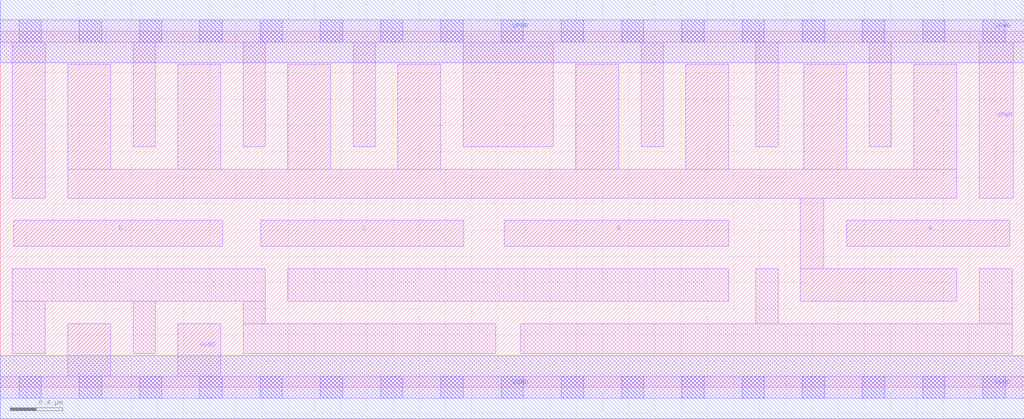
<source format=lef>
# Copyright 2020 The SkyWater PDK Authors
#
# Licensed under the Apache License, Version 2.0 (the "License");
# you may not use this file except in compliance with the License.
# You may obtain a copy of the License at
#
#     https://www.apache.org/licenses/LICENSE-2.0
#
# Unless required by applicable law or agreed to in writing, software
# distributed under the License is distributed on an "AS IS" BASIS,
# WITHOUT WARRANTIES OR CONDITIONS OF ANY KIND, either express or implied.
# See the License for the specific language governing permissions and
# limitations under the License.
#
# SPDX-License-Identifier: Apache-2.0

VERSION 5.7 ;
  NAMESCASESENSITIVE ON ;
  NOWIREEXTENSIONATPIN ON ;
  DIVIDERCHAR "/" ;
  BUSBITCHARS "[]" ;
UNITS
  DATABASE MICRONS 200 ;
END UNITS
MACRO sky130_fd_sc_hd__nand4_4
  CLASS CORE ;
  SOURCE USER ;
  FOREIGN sky130_fd_sc_hd__nand4_4 ;
  ORIGIN  0.000000  0.000000 ;
  SIZE  7.820000 BY  2.720000 ;
  SYMMETRY X Y R90 ;
  SITE unithd ;
  PIN A
    ANTENNAGATEAREA  0.990000 ;
    DIRECTION INPUT ;
    USE SIGNAL ;
    PORT
      LAYER li1 ;
        RECT 6.465000 1.075000 7.710000 1.275000 ;
    END
  END A
  PIN B
    ANTENNAGATEAREA  0.990000 ;
    DIRECTION INPUT ;
    USE SIGNAL ;
    PORT
      LAYER li1 ;
        RECT 3.850000 1.075000 5.565000 1.275000 ;
    END
  END B
  PIN C
    ANTENNAGATEAREA  0.990000 ;
    DIRECTION INPUT ;
    USE SIGNAL ;
    PORT
      LAYER li1 ;
        RECT 1.990000 1.075000 3.540000 1.275000 ;
    END
  END C
  PIN D
    ANTENNAGATEAREA  0.990000 ;
    DIRECTION INPUT ;
    USE SIGNAL ;
    PORT
      LAYER li1 ;
        RECT 0.105000 1.075000 1.700000 1.275000 ;
    END
  END D
  PIN Y
    ANTENNADIFFAREA  2.511000 ;
    DIRECTION OUTPUT ;
    USE SIGNAL ;
    PORT
      LAYER li1 ;
        RECT 0.515000 1.445000 7.305000 1.665000 ;
        RECT 0.515000 1.665000 0.845000 2.465000 ;
        RECT 1.355000 1.665000 1.685000 2.465000 ;
        RECT 2.195000 1.665000 2.525000 2.465000 ;
        RECT 3.035000 1.665000 3.365000 2.465000 ;
        RECT 4.395000 1.665000 4.725000 2.465000 ;
        RECT 5.235000 1.665000 5.565000 2.465000 ;
        RECT 6.110000 0.655000 7.305000 0.905000 ;
        RECT 6.110000 0.905000 6.290000 1.445000 ;
        RECT 6.135000 1.665000 6.465000 2.465000 ;
        RECT 6.975000 1.665000 7.305000 2.465000 ;
    END
  END Y
  PIN VGND
    DIRECTION INOUT ;
    SHAPE ABUTMENT ;
    USE GROUND ;
    PORT
      LAYER li1 ;
        RECT 0.000000 -0.085000 7.820000 0.085000 ;
        RECT 0.515000  0.085000 0.845000 0.485000 ;
        RECT 1.355000  0.085000 1.685000 0.485000 ;
      LAYER mcon ;
        RECT 0.145000 -0.085000 0.315000 0.085000 ;
        RECT 0.605000 -0.085000 0.775000 0.085000 ;
        RECT 1.065000 -0.085000 1.235000 0.085000 ;
        RECT 1.525000 -0.085000 1.695000 0.085000 ;
        RECT 1.985000 -0.085000 2.155000 0.085000 ;
        RECT 2.445000 -0.085000 2.615000 0.085000 ;
        RECT 2.905000 -0.085000 3.075000 0.085000 ;
        RECT 3.365000 -0.085000 3.535000 0.085000 ;
        RECT 3.825000 -0.085000 3.995000 0.085000 ;
        RECT 4.285000 -0.085000 4.455000 0.085000 ;
        RECT 4.745000 -0.085000 4.915000 0.085000 ;
        RECT 5.205000 -0.085000 5.375000 0.085000 ;
        RECT 5.665000 -0.085000 5.835000 0.085000 ;
        RECT 6.125000 -0.085000 6.295000 0.085000 ;
        RECT 6.585000 -0.085000 6.755000 0.085000 ;
        RECT 7.045000 -0.085000 7.215000 0.085000 ;
        RECT 7.505000 -0.085000 7.675000 0.085000 ;
      LAYER met1 ;
        RECT 0.000000 -0.240000 7.820000 0.240000 ;
    END
  END VGND
  PIN VPWR
    DIRECTION INOUT ;
    SHAPE ABUTMENT ;
    USE POWER ;
    PORT
      LAYER li1 ;
        RECT 0.000000 2.635000 7.820000 2.805000 ;
        RECT 0.090000 1.445000 0.345000 2.635000 ;
        RECT 1.015000 1.835000 1.185000 2.635000 ;
        RECT 1.855000 1.835000 2.025000 2.635000 ;
        RECT 2.695000 1.835000 2.865000 2.635000 ;
        RECT 3.535000 1.835000 4.225000 2.635000 ;
        RECT 4.895000 1.835000 5.065000 2.635000 ;
        RECT 5.770000 1.835000 5.940000 2.635000 ;
        RECT 6.635000 1.835000 6.805000 2.635000 ;
        RECT 7.475000 1.445000 7.735000 2.635000 ;
      LAYER mcon ;
        RECT 0.145000 2.635000 0.315000 2.805000 ;
        RECT 0.605000 2.635000 0.775000 2.805000 ;
        RECT 1.065000 2.635000 1.235000 2.805000 ;
        RECT 1.525000 2.635000 1.695000 2.805000 ;
        RECT 1.985000 2.635000 2.155000 2.805000 ;
        RECT 2.445000 2.635000 2.615000 2.805000 ;
        RECT 2.905000 2.635000 3.075000 2.805000 ;
        RECT 3.365000 2.635000 3.535000 2.805000 ;
        RECT 3.825000 2.635000 3.995000 2.805000 ;
        RECT 4.285000 2.635000 4.455000 2.805000 ;
        RECT 4.745000 2.635000 4.915000 2.805000 ;
        RECT 5.205000 2.635000 5.375000 2.805000 ;
        RECT 5.665000 2.635000 5.835000 2.805000 ;
        RECT 6.125000 2.635000 6.295000 2.805000 ;
        RECT 6.585000 2.635000 6.755000 2.805000 ;
        RECT 7.045000 2.635000 7.215000 2.805000 ;
        RECT 7.505000 2.635000 7.675000 2.805000 ;
      LAYER met1 ;
        RECT 0.000000 2.480000 7.820000 2.960000 ;
    END
  END VPWR
  OBS
    LAYER li1 ;
      RECT 0.090000 0.255000 0.345000 0.655000 ;
      RECT 0.090000 0.655000 2.025000 0.905000 ;
      RECT 1.015000 0.255000 1.185000 0.655000 ;
      RECT 1.855000 0.255000 3.785000 0.485000 ;
      RECT 1.855000 0.485000 2.025000 0.655000 ;
      RECT 2.195000 0.655000 5.565000 0.905000 ;
      RECT 3.975000 0.255000 7.730000 0.485000 ;
      RECT 5.770000 0.485000 5.940000 0.905000 ;
      RECT 7.475000 0.485000 7.730000 0.905000 ;
  END
END sky130_fd_sc_hd__nand4_4
END LIBRARY

</source>
